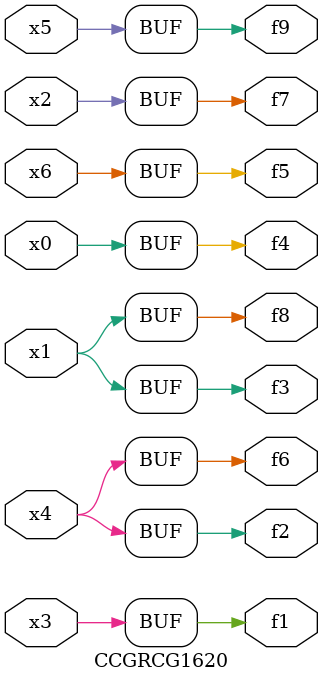
<source format=v>
module CCGRCG1620(
	input x0, x1, x2, x3, x4, x5, x6,
	output f1, f2, f3, f4, f5, f6, f7, f8, f9
);
	assign f1 = x3;
	assign f2 = x4;
	assign f3 = x1;
	assign f4 = x0;
	assign f5 = x6;
	assign f6 = x4;
	assign f7 = x2;
	assign f8 = x1;
	assign f9 = x5;
endmodule

</source>
